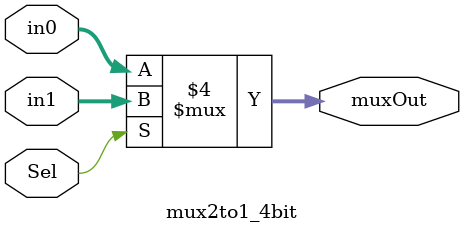
<source format=v>
module mux2to1_4bit(input [3:0] in0, input [3:0] in1, input Sel, output reg [3:0] muxOut);
	always @ (in0,in1,Sel)
	begin
		if(~Sel)
			muxOut=in0;
		else
			muxOut=in1;
	end
endmodule

</source>
